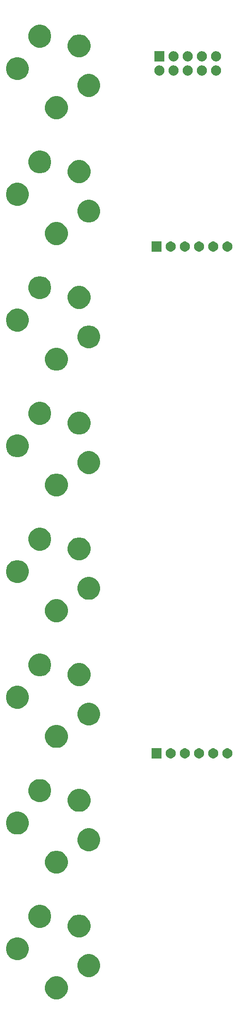
<source format=gbr>
G04 #@! TF.GenerationSoftware,KiCad,Pcbnew,(5.1.5)-3*
G04 #@! TF.CreationDate,2020-05-19T17:07:34-07:00*
G04 #@! TF.ProjectId,SM1REV1,534d3152-4556-4312-9e6b-696361645f70,rev?*
G04 #@! TF.SameCoordinates,Original*
G04 #@! TF.FileFunction,Soldermask,Bot*
G04 #@! TF.FilePolarity,Negative*
%FSLAX46Y46*%
G04 Gerber Fmt 4.6, Leading zero omitted, Abs format (unit mm)*
G04 Created by KiCad (PCBNEW (5.1.5)-3) date 2020-05-19 17:07:34*
%MOMM*%
%LPD*%
G04 APERTURE LIST*
%ADD10C,0.100000*%
G04 APERTURE END LIST*
D10*
G36*
X85018254Y-187561818D02*
G01*
X85391511Y-187716426D01*
X85391513Y-187716427D01*
X85727436Y-187940884D01*
X86013116Y-188226564D01*
X86237574Y-188562489D01*
X86392182Y-188935746D01*
X86471000Y-189331993D01*
X86471000Y-189736007D01*
X86392182Y-190132254D01*
X86237574Y-190505511D01*
X86237573Y-190505513D01*
X86013116Y-190841436D01*
X85727436Y-191127116D01*
X85391513Y-191351573D01*
X85391512Y-191351574D01*
X85391511Y-191351574D01*
X85018254Y-191506182D01*
X84622007Y-191585000D01*
X84217993Y-191585000D01*
X83821746Y-191506182D01*
X83448489Y-191351574D01*
X83448488Y-191351574D01*
X83448487Y-191351573D01*
X83112564Y-191127116D01*
X82826884Y-190841436D01*
X82602427Y-190505513D01*
X82602426Y-190505511D01*
X82447818Y-190132254D01*
X82369000Y-189736007D01*
X82369000Y-189331993D01*
X82447818Y-188935746D01*
X82602426Y-188562489D01*
X82826884Y-188226564D01*
X83112564Y-187940884D01*
X83448487Y-187716427D01*
X83448489Y-187716426D01*
X83821746Y-187561818D01*
X84217993Y-187483000D01*
X84622007Y-187483000D01*
X85018254Y-187561818D01*
G37*
G36*
X90818254Y-183561818D02*
G01*
X91191511Y-183716426D01*
X91191513Y-183716427D01*
X91527436Y-183940884D01*
X91813116Y-184226564D01*
X91896645Y-184351573D01*
X92037574Y-184562489D01*
X92192182Y-184935746D01*
X92271000Y-185331993D01*
X92271000Y-185736007D01*
X92192182Y-186132254D01*
X92037574Y-186505511D01*
X92037573Y-186505513D01*
X91813116Y-186841436D01*
X91527436Y-187127116D01*
X91191513Y-187351573D01*
X91191512Y-187351574D01*
X91191511Y-187351574D01*
X90818254Y-187506182D01*
X90422007Y-187585000D01*
X90017993Y-187585000D01*
X89621746Y-187506182D01*
X89248489Y-187351574D01*
X89248488Y-187351574D01*
X89248487Y-187351573D01*
X88912564Y-187127116D01*
X88626884Y-186841436D01*
X88402427Y-186505513D01*
X88402426Y-186505511D01*
X88247818Y-186132254D01*
X88169000Y-185736007D01*
X88169000Y-185331993D01*
X88247818Y-184935746D01*
X88402426Y-184562489D01*
X88543356Y-184351573D01*
X88626884Y-184226564D01*
X88912564Y-183940884D01*
X89248487Y-183716427D01*
X89248489Y-183716426D01*
X89621746Y-183561818D01*
X90017993Y-183483000D01*
X90422007Y-183483000D01*
X90818254Y-183561818D01*
G37*
G36*
X78018254Y-180561818D02*
G01*
X78391511Y-180716426D01*
X78391513Y-180716427D01*
X78727436Y-180940884D01*
X79013116Y-181226564D01*
X79237574Y-181562489D01*
X79392182Y-181935746D01*
X79471000Y-182331993D01*
X79471000Y-182736007D01*
X79392182Y-183132254D01*
X79246898Y-183483000D01*
X79237573Y-183505513D01*
X79013116Y-183841436D01*
X78727436Y-184127116D01*
X78391513Y-184351573D01*
X78391512Y-184351574D01*
X78391511Y-184351574D01*
X78018254Y-184506182D01*
X77622007Y-184585000D01*
X77217993Y-184585000D01*
X76821746Y-184506182D01*
X76448489Y-184351574D01*
X76448488Y-184351574D01*
X76448487Y-184351573D01*
X76112564Y-184127116D01*
X75826884Y-183841436D01*
X75602427Y-183505513D01*
X75593102Y-183483000D01*
X75447818Y-183132254D01*
X75369000Y-182736007D01*
X75369000Y-182331993D01*
X75447818Y-181935746D01*
X75602426Y-181562489D01*
X75826884Y-181226564D01*
X76112564Y-180940884D01*
X76448487Y-180716427D01*
X76448489Y-180716426D01*
X76821746Y-180561818D01*
X77217993Y-180483000D01*
X77622007Y-180483000D01*
X78018254Y-180561818D01*
G37*
G36*
X89085254Y-176494818D02*
G01*
X89458511Y-176649426D01*
X89458513Y-176649427D01*
X89794436Y-176873884D01*
X90080116Y-177159564D01*
X90195505Y-177332255D01*
X90304574Y-177495489D01*
X90459182Y-177868746D01*
X90538000Y-178264993D01*
X90538000Y-178669007D01*
X90459182Y-179065254D01*
X90304574Y-179438511D01*
X90304573Y-179438513D01*
X90080116Y-179774436D01*
X89794436Y-180060116D01*
X89458513Y-180284573D01*
X89458512Y-180284574D01*
X89458511Y-180284574D01*
X89085254Y-180439182D01*
X88689007Y-180518000D01*
X88284993Y-180518000D01*
X87888746Y-180439182D01*
X87515489Y-180284574D01*
X87515488Y-180284574D01*
X87515487Y-180284573D01*
X87179564Y-180060116D01*
X86893884Y-179774436D01*
X86669427Y-179438513D01*
X86669426Y-179438511D01*
X86514818Y-179065254D01*
X86436000Y-178669007D01*
X86436000Y-178264993D01*
X86514818Y-177868746D01*
X86669426Y-177495489D01*
X86778496Y-177332255D01*
X86893884Y-177159564D01*
X87179564Y-176873884D01*
X87515487Y-176649427D01*
X87515489Y-176649426D01*
X87888746Y-176494818D01*
X88284993Y-176416000D01*
X88689007Y-176416000D01*
X89085254Y-176494818D01*
G37*
G36*
X82018254Y-174761818D02*
G01*
X82391511Y-174916426D01*
X82391513Y-174916427D01*
X82727436Y-175140884D01*
X83013116Y-175426564D01*
X83237574Y-175762489D01*
X83392182Y-176135746D01*
X83471000Y-176531993D01*
X83471000Y-176936007D01*
X83392182Y-177332254D01*
X83237574Y-177705511D01*
X83237573Y-177705513D01*
X83013116Y-178041436D01*
X82727436Y-178327116D01*
X82391513Y-178551573D01*
X82391512Y-178551574D01*
X82391511Y-178551574D01*
X82018254Y-178706182D01*
X81622007Y-178785000D01*
X81217993Y-178785000D01*
X80821746Y-178706182D01*
X80448489Y-178551574D01*
X80448488Y-178551574D01*
X80448487Y-178551573D01*
X80112564Y-178327116D01*
X79826884Y-178041436D01*
X79602427Y-177705513D01*
X79602426Y-177705511D01*
X79447818Y-177332254D01*
X79369000Y-176936007D01*
X79369000Y-176531993D01*
X79447818Y-176135746D01*
X79602426Y-175762489D01*
X79826884Y-175426564D01*
X80112564Y-175140884D01*
X80448487Y-174916427D01*
X80448489Y-174916426D01*
X80821746Y-174761818D01*
X81217993Y-174683000D01*
X81622007Y-174683000D01*
X82018254Y-174761818D01*
G37*
G36*
X85018254Y-165064670D02*
G01*
X85391511Y-165219278D01*
X85391513Y-165219279D01*
X85727436Y-165443736D01*
X86013116Y-165729416D01*
X86237574Y-166065341D01*
X86392182Y-166438598D01*
X86471000Y-166834845D01*
X86471000Y-167238859D01*
X86392182Y-167635106D01*
X86237574Y-168008363D01*
X86237573Y-168008365D01*
X86013116Y-168344288D01*
X85727436Y-168629968D01*
X85391513Y-168854425D01*
X85391512Y-168854426D01*
X85391511Y-168854426D01*
X85018254Y-169009034D01*
X84622007Y-169087852D01*
X84217993Y-169087852D01*
X83821746Y-169009034D01*
X83448489Y-168854426D01*
X83448488Y-168854426D01*
X83448487Y-168854425D01*
X83112564Y-168629968D01*
X82826884Y-168344288D01*
X82602427Y-168008365D01*
X82602426Y-168008363D01*
X82447818Y-167635106D01*
X82369000Y-167238859D01*
X82369000Y-166834845D01*
X82447818Y-166438598D01*
X82602426Y-166065341D01*
X82826884Y-165729416D01*
X83112564Y-165443736D01*
X83448487Y-165219279D01*
X83448489Y-165219278D01*
X83821746Y-165064670D01*
X84217993Y-164985852D01*
X84622007Y-164985852D01*
X85018254Y-165064670D01*
G37*
G36*
X90818254Y-161064670D02*
G01*
X91191511Y-161219278D01*
X91191513Y-161219279D01*
X91527436Y-161443736D01*
X91813116Y-161729416D01*
X91896645Y-161854425D01*
X92037574Y-162065341D01*
X92192182Y-162438598D01*
X92271000Y-162834845D01*
X92271000Y-163238859D01*
X92192182Y-163635106D01*
X92037574Y-164008363D01*
X92037573Y-164008365D01*
X91813116Y-164344288D01*
X91527436Y-164629968D01*
X91191513Y-164854425D01*
X91191512Y-164854426D01*
X91191511Y-164854426D01*
X90818254Y-165009034D01*
X90422007Y-165087852D01*
X90017993Y-165087852D01*
X89621746Y-165009034D01*
X89248489Y-164854426D01*
X89248488Y-164854426D01*
X89248487Y-164854425D01*
X88912564Y-164629968D01*
X88626884Y-164344288D01*
X88402427Y-164008365D01*
X88402426Y-164008363D01*
X88247818Y-163635106D01*
X88169000Y-163238859D01*
X88169000Y-162834845D01*
X88247818Y-162438598D01*
X88402426Y-162065341D01*
X88543356Y-161854425D01*
X88626884Y-161729416D01*
X88912564Y-161443736D01*
X89248487Y-161219279D01*
X89248489Y-161219278D01*
X89621746Y-161064670D01*
X90017993Y-160985852D01*
X90422007Y-160985852D01*
X90818254Y-161064670D01*
G37*
G36*
X78018254Y-158064670D02*
G01*
X78391511Y-158219278D01*
X78391513Y-158219279D01*
X78727436Y-158443736D01*
X79013116Y-158729416D01*
X79237574Y-159065341D01*
X79392182Y-159438598D01*
X79471000Y-159834845D01*
X79471000Y-160238859D01*
X79392182Y-160635106D01*
X79246898Y-160985852D01*
X79237573Y-161008365D01*
X79013116Y-161344288D01*
X78727436Y-161629968D01*
X78391513Y-161854425D01*
X78391512Y-161854426D01*
X78391511Y-161854426D01*
X78018254Y-162009034D01*
X77622007Y-162087852D01*
X77217993Y-162087852D01*
X76821746Y-162009034D01*
X76448489Y-161854426D01*
X76448488Y-161854426D01*
X76448487Y-161854425D01*
X76112564Y-161629968D01*
X75826884Y-161344288D01*
X75602427Y-161008365D01*
X75593102Y-160985852D01*
X75447818Y-160635106D01*
X75369000Y-160238859D01*
X75369000Y-159834845D01*
X75447818Y-159438598D01*
X75602426Y-159065341D01*
X75826884Y-158729416D01*
X76112564Y-158443736D01*
X76448487Y-158219279D01*
X76448489Y-158219278D01*
X76821746Y-158064670D01*
X77217993Y-157985852D01*
X77622007Y-157985852D01*
X78018254Y-158064670D01*
G37*
G36*
X89085254Y-153997670D02*
G01*
X89458511Y-154152278D01*
X89458513Y-154152279D01*
X89794436Y-154376736D01*
X90080116Y-154662416D01*
X90195505Y-154835107D01*
X90304574Y-154998341D01*
X90459182Y-155371598D01*
X90538000Y-155767845D01*
X90538000Y-156171859D01*
X90459182Y-156568106D01*
X90304574Y-156941363D01*
X90304573Y-156941365D01*
X90080116Y-157277288D01*
X89794436Y-157562968D01*
X89458513Y-157787425D01*
X89458512Y-157787426D01*
X89458511Y-157787426D01*
X89085254Y-157942034D01*
X88689007Y-158020852D01*
X88284993Y-158020852D01*
X87888746Y-157942034D01*
X87515489Y-157787426D01*
X87515488Y-157787426D01*
X87515487Y-157787425D01*
X87179564Y-157562968D01*
X86893884Y-157277288D01*
X86669427Y-156941365D01*
X86669426Y-156941363D01*
X86514818Y-156568106D01*
X86436000Y-156171859D01*
X86436000Y-155767845D01*
X86514818Y-155371598D01*
X86669426Y-154998341D01*
X86778496Y-154835107D01*
X86893884Y-154662416D01*
X87179564Y-154376736D01*
X87515487Y-154152279D01*
X87515489Y-154152278D01*
X87888746Y-153997670D01*
X88284993Y-153918852D01*
X88689007Y-153918852D01*
X89085254Y-153997670D01*
G37*
G36*
X82018254Y-152264670D02*
G01*
X82391511Y-152419278D01*
X82391513Y-152419279D01*
X82727436Y-152643736D01*
X83013116Y-152929416D01*
X83237574Y-153265341D01*
X83392182Y-153638598D01*
X83471000Y-154034845D01*
X83471000Y-154438859D01*
X83392182Y-154835106D01*
X83237574Y-155208363D01*
X83237573Y-155208365D01*
X83013116Y-155544288D01*
X82727436Y-155829968D01*
X82391513Y-156054425D01*
X82391512Y-156054426D01*
X82391511Y-156054426D01*
X82018254Y-156209034D01*
X81622007Y-156287852D01*
X81217993Y-156287852D01*
X80821746Y-156209034D01*
X80448489Y-156054426D01*
X80448488Y-156054426D01*
X80448487Y-156054425D01*
X80112564Y-155829968D01*
X79826884Y-155544288D01*
X79602427Y-155208365D01*
X79602426Y-155208363D01*
X79447818Y-154835106D01*
X79369000Y-154438859D01*
X79369000Y-154034845D01*
X79447818Y-153638598D01*
X79602426Y-153265341D01*
X79826884Y-152929416D01*
X80112564Y-152643736D01*
X80448487Y-152419279D01*
X80448489Y-152419278D01*
X80821746Y-152264670D01*
X81217993Y-152185852D01*
X81622007Y-152185852D01*
X82018254Y-152264670D01*
G37*
G36*
X103263000Y-148475000D02*
G01*
X101461000Y-148475000D01*
X101461000Y-146673000D01*
X103263000Y-146673000D01*
X103263000Y-148475000D01*
G37*
G36*
X105015512Y-146677927D02*
G01*
X105164812Y-146707624D01*
X105328784Y-146775544D01*
X105476354Y-146874147D01*
X105601853Y-146999646D01*
X105700456Y-147147216D01*
X105768376Y-147311188D01*
X105803000Y-147485259D01*
X105803000Y-147662741D01*
X105768376Y-147836812D01*
X105700456Y-148000784D01*
X105601853Y-148148354D01*
X105476354Y-148273853D01*
X105328784Y-148372456D01*
X105164812Y-148440376D01*
X105015512Y-148470073D01*
X104990742Y-148475000D01*
X104813258Y-148475000D01*
X104788488Y-148470073D01*
X104639188Y-148440376D01*
X104475216Y-148372456D01*
X104327646Y-148273853D01*
X104202147Y-148148354D01*
X104103544Y-148000784D01*
X104035624Y-147836812D01*
X104001000Y-147662741D01*
X104001000Y-147485259D01*
X104035624Y-147311188D01*
X104103544Y-147147216D01*
X104202147Y-146999646D01*
X104327646Y-146874147D01*
X104475216Y-146775544D01*
X104639188Y-146707624D01*
X104788488Y-146677927D01*
X104813258Y-146673000D01*
X104990742Y-146673000D01*
X105015512Y-146677927D01*
G37*
G36*
X107555512Y-146677927D02*
G01*
X107704812Y-146707624D01*
X107868784Y-146775544D01*
X108016354Y-146874147D01*
X108141853Y-146999646D01*
X108240456Y-147147216D01*
X108308376Y-147311188D01*
X108343000Y-147485259D01*
X108343000Y-147662741D01*
X108308376Y-147836812D01*
X108240456Y-148000784D01*
X108141853Y-148148354D01*
X108016354Y-148273853D01*
X107868784Y-148372456D01*
X107704812Y-148440376D01*
X107555512Y-148470073D01*
X107530742Y-148475000D01*
X107353258Y-148475000D01*
X107328488Y-148470073D01*
X107179188Y-148440376D01*
X107015216Y-148372456D01*
X106867646Y-148273853D01*
X106742147Y-148148354D01*
X106643544Y-148000784D01*
X106575624Y-147836812D01*
X106541000Y-147662741D01*
X106541000Y-147485259D01*
X106575624Y-147311188D01*
X106643544Y-147147216D01*
X106742147Y-146999646D01*
X106867646Y-146874147D01*
X107015216Y-146775544D01*
X107179188Y-146707624D01*
X107328488Y-146677927D01*
X107353258Y-146673000D01*
X107530742Y-146673000D01*
X107555512Y-146677927D01*
G37*
G36*
X110095512Y-146677927D02*
G01*
X110244812Y-146707624D01*
X110408784Y-146775544D01*
X110556354Y-146874147D01*
X110681853Y-146999646D01*
X110780456Y-147147216D01*
X110848376Y-147311188D01*
X110883000Y-147485259D01*
X110883000Y-147662741D01*
X110848376Y-147836812D01*
X110780456Y-148000784D01*
X110681853Y-148148354D01*
X110556354Y-148273853D01*
X110408784Y-148372456D01*
X110244812Y-148440376D01*
X110095512Y-148470073D01*
X110070742Y-148475000D01*
X109893258Y-148475000D01*
X109868488Y-148470073D01*
X109719188Y-148440376D01*
X109555216Y-148372456D01*
X109407646Y-148273853D01*
X109282147Y-148148354D01*
X109183544Y-148000784D01*
X109115624Y-147836812D01*
X109081000Y-147662741D01*
X109081000Y-147485259D01*
X109115624Y-147311188D01*
X109183544Y-147147216D01*
X109282147Y-146999646D01*
X109407646Y-146874147D01*
X109555216Y-146775544D01*
X109719188Y-146707624D01*
X109868488Y-146677927D01*
X109893258Y-146673000D01*
X110070742Y-146673000D01*
X110095512Y-146677927D01*
G37*
G36*
X112635512Y-146677927D02*
G01*
X112784812Y-146707624D01*
X112948784Y-146775544D01*
X113096354Y-146874147D01*
X113221853Y-146999646D01*
X113320456Y-147147216D01*
X113388376Y-147311188D01*
X113423000Y-147485259D01*
X113423000Y-147662741D01*
X113388376Y-147836812D01*
X113320456Y-148000784D01*
X113221853Y-148148354D01*
X113096354Y-148273853D01*
X112948784Y-148372456D01*
X112784812Y-148440376D01*
X112635512Y-148470073D01*
X112610742Y-148475000D01*
X112433258Y-148475000D01*
X112408488Y-148470073D01*
X112259188Y-148440376D01*
X112095216Y-148372456D01*
X111947646Y-148273853D01*
X111822147Y-148148354D01*
X111723544Y-148000784D01*
X111655624Y-147836812D01*
X111621000Y-147662741D01*
X111621000Y-147485259D01*
X111655624Y-147311188D01*
X111723544Y-147147216D01*
X111822147Y-146999646D01*
X111947646Y-146874147D01*
X112095216Y-146775544D01*
X112259188Y-146707624D01*
X112408488Y-146677927D01*
X112433258Y-146673000D01*
X112610742Y-146673000D01*
X112635512Y-146677927D01*
G37*
G36*
X115175512Y-146677927D02*
G01*
X115324812Y-146707624D01*
X115488784Y-146775544D01*
X115636354Y-146874147D01*
X115761853Y-146999646D01*
X115860456Y-147147216D01*
X115928376Y-147311188D01*
X115963000Y-147485259D01*
X115963000Y-147662741D01*
X115928376Y-147836812D01*
X115860456Y-148000784D01*
X115761853Y-148148354D01*
X115636354Y-148273853D01*
X115488784Y-148372456D01*
X115324812Y-148440376D01*
X115175512Y-148470073D01*
X115150742Y-148475000D01*
X114973258Y-148475000D01*
X114948488Y-148470073D01*
X114799188Y-148440376D01*
X114635216Y-148372456D01*
X114487646Y-148273853D01*
X114362147Y-148148354D01*
X114263544Y-148000784D01*
X114195624Y-147836812D01*
X114161000Y-147662741D01*
X114161000Y-147485259D01*
X114195624Y-147311188D01*
X114263544Y-147147216D01*
X114362147Y-146999646D01*
X114487646Y-146874147D01*
X114635216Y-146775544D01*
X114799188Y-146707624D01*
X114948488Y-146677927D01*
X114973258Y-146673000D01*
X115150742Y-146673000D01*
X115175512Y-146677927D01*
G37*
G36*
X85018254Y-142567528D02*
G01*
X85391511Y-142722136D01*
X85391513Y-142722137D01*
X85727436Y-142946594D01*
X86013116Y-143232274D01*
X86237574Y-143568199D01*
X86392182Y-143941456D01*
X86471000Y-144337703D01*
X86471000Y-144741717D01*
X86392182Y-145137964D01*
X86237574Y-145511221D01*
X86237573Y-145511223D01*
X86013116Y-145847146D01*
X85727436Y-146132826D01*
X85391513Y-146357283D01*
X85391512Y-146357284D01*
X85391511Y-146357284D01*
X85018254Y-146511892D01*
X84622007Y-146590710D01*
X84217993Y-146590710D01*
X83821746Y-146511892D01*
X83448489Y-146357284D01*
X83448488Y-146357284D01*
X83448487Y-146357283D01*
X83112564Y-146132826D01*
X82826884Y-145847146D01*
X82602427Y-145511223D01*
X82602426Y-145511221D01*
X82447818Y-145137964D01*
X82369000Y-144741717D01*
X82369000Y-144337703D01*
X82447818Y-143941456D01*
X82602426Y-143568199D01*
X82826884Y-143232274D01*
X83112564Y-142946594D01*
X83448487Y-142722137D01*
X83448489Y-142722136D01*
X83821746Y-142567528D01*
X84217993Y-142488710D01*
X84622007Y-142488710D01*
X85018254Y-142567528D01*
G37*
G36*
X90818254Y-138567528D02*
G01*
X91191511Y-138722136D01*
X91191513Y-138722137D01*
X91527436Y-138946594D01*
X91813116Y-139232274D01*
X91896645Y-139357283D01*
X92037574Y-139568199D01*
X92192182Y-139941456D01*
X92271000Y-140337703D01*
X92271000Y-140741717D01*
X92192182Y-141137964D01*
X92037574Y-141511221D01*
X92037573Y-141511223D01*
X91813116Y-141847146D01*
X91527436Y-142132826D01*
X91191513Y-142357283D01*
X91191512Y-142357284D01*
X91191511Y-142357284D01*
X90818254Y-142511892D01*
X90422007Y-142590710D01*
X90017993Y-142590710D01*
X89621746Y-142511892D01*
X89248489Y-142357284D01*
X89248488Y-142357284D01*
X89248487Y-142357283D01*
X88912564Y-142132826D01*
X88626884Y-141847146D01*
X88402427Y-141511223D01*
X88402426Y-141511221D01*
X88247818Y-141137964D01*
X88169000Y-140741717D01*
X88169000Y-140337703D01*
X88247818Y-139941456D01*
X88402426Y-139568199D01*
X88543356Y-139357283D01*
X88626884Y-139232274D01*
X88912564Y-138946594D01*
X89248487Y-138722137D01*
X89248489Y-138722136D01*
X89621746Y-138567528D01*
X90017993Y-138488710D01*
X90422007Y-138488710D01*
X90818254Y-138567528D01*
G37*
G36*
X78018254Y-135567528D02*
G01*
X78391511Y-135722136D01*
X78391513Y-135722137D01*
X78727436Y-135946594D01*
X79013116Y-136232274D01*
X79237574Y-136568199D01*
X79392182Y-136941456D01*
X79471000Y-137337703D01*
X79471000Y-137741717D01*
X79392182Y-138137964D01*
X79246898Y-138488710D01*
X79237573Y-138511223D01*
X79013116Y-138847146D01*
X78727436Y-139132826D01*
X78391513Y-139357283D01*
X78391512Y-139357284D01*
X78391511Y-139357284D01*
X78018254Y-139511892D01*
X77622007Y-139590710D01*
X77217993Y-139590710D01*
X76821746Y-139511892D01*
X76448489Y-139357284D01*
X76448488Y-139357284D01*
X76448487Y-139357283D01*
X76112564Y-139132826D01*
X75826884Y-138847146D01*
X75602427Y-138511223D01*
X75593102Y-138488710D01*
X75447818Y-138137964D01*
X75369000Y-137741717D01*
X75369000Y-137337703D01*
X75447818Y-136941456D01*
X75602426Y-136568199D01*
X75826884Y-136232274D01*
X76112564Y-135946594D01*
X76448487Y-135722137D01*
X76448489Y-135722136D01*
X76821746Y-135567528D01*
X77217993Y-135488710D01*
X77622007Y-135488710D01*
X78018254Y-135567528D01*
G37*
G36*
X89085254Y-131500528D02*
G01*
X89458511Y-131655136D01*
X89458513Y-131655137D01*
X89794436Y-131879594D01*
X90080116Y-132165274D01*
X90195505Y-132337965D01*
X90304574Y-132501199D01*
X90459182Y-132874456D01*
X90538000Y-133270703D01*
X90538000Y-133674717D01*
X90459182Y-134070964D01*
X90304574Y-134444221D01*
X90304573Y-134444223D01*
X90080116Y-134780146D01*
X89794436Y-135065826D01*
X89458513Y-135290283D01*
X89458512Y-135290284D01*
X89458511Y-135290284D01*
X89085254Y-135444892D01*
X88689007Y-135523710D01*
X88284993Y-135523710D01*
X87888746Y-135444892D01*
X87515489Y-135290284D01*
X87515488Y-135290284D01*
X87515487Y-135290283D01*
X87179564Y-135065826D01*
X86893884Y-134780146D01*
X86669427Y-134444223D01*
X86669426Y-134444221D01*
X86514818Y-134070964D01*
X86436000Y-133674717D01*
X86436000Y-133270703D01*
X86514818Y-132874456D01*
X86669426Y-132501199D01*
X86778496Y-132337965D01*
X86893884Y-132165274D01*
X87179564Y-131879594D01*
X87515487Y-131655137D01*
X87515489Y-131655136D01*
X87888746Y-131500528D01*
X88284993Y-131421710D01*
X88689007Y-131421710D01*
X89085254Y-131500528D01*
G37*
G36*
X82018254Y-129767528D02*
G01*
X82391511Y-129922136D01*
X82391513Y-129922137D01*
X82727436Y-130146594D01*
X83013116Y-130432274D01*
X83237574Y-130768199D01*
X83392182Y-131141456D01*
X83471000Y-131537703D01*
X83471000Y-131941717D01*
X83392182Y-132337964D01*
X83237574Y-132711221D01*
X83237573Y-132711223D01*
X83013116Y-133047146D01*
X82727436Y-133332826D01*
X82391513Y-133557283D01*
X82391512Y-133557284D01*
X82391511Y-133557284D01*
X82018254Y-133711892D01*
X81622007Y-133790710D01*
X81217993Y-133790710D01*
X80821746Y-133711892D01*
X80448489Y-133557284D01*
X80448488Y-133557284D01*
X80448487Y-133557283D01*
X80112564Y-133332826D01*
X79826884Y-133047146D01*
X79602427Y-132711223D01*
X79602426Y-132711221D01*
X79447818Y-132337964D01*
X79369000Y-131941717D01*
X79369000Y-131537703D01*
X79447818Y-131141456D01*
X79602426Y-130768199D01*
X79826884Y-130432274D01*
X80112564Y-130146594D01*
X80448487Y-129922137D01*
X80448489Y-129922136D01*
X80821746Y-129767528D01*
X81217993Y-129688710D01*
X81622007Y-129688710D01*
X82018254Y-129767528D01*
G37*
G36*
X85018254Y-120070386D02*
G01*
X85391511Y-120224994D01*
X85391513Y-120224995D01*
X85727436Y-120449452D01*
X86013116Y-120735132D01*
X86237574Y-121071057D01*
X86392182Y-121444314D01*
X86471000Y-121840561D01*
X86471000Y-122244575D01*
X86392182Y-122640822D01*
X86237574Y-123014079D01*
X86237573Y-123014081D01*
X86013116Y-123350004D01*
X85727436Y-123635684D01*
X85391513Y-123860141D01*
X85391512Y-123860142D01*
X85391511Y-123860142D01*
X85018254Y-124014750D01*
X84622007Y-124093568D01*
X84217993Y-124093568D01*
X83821746Y-124014750D01*
X83448489Y-123860142D01*
X83448488Y-123860142D01*
X83448487Y-123860141D01*
X83112564Y-123635684D01*
X82826884Y-123350004D01*
X82602427Y-123014081D01*
X82602426Y-123014079D01*
X82447818Y-122640822D01*
X82369000Y-122244575D01*
X82369000Y-121840561D01*
X82447818Y-121444314D01*
X82602426Y-121071057D01*
X82826884Y-120735132D01*
X83112564Y-120449452D01*
X83448487Y-120224995D01*
X83448489Y-120224994D01*
X83821746Y-120070386D01*
X84217993Y-119991568D01*
X84622007Y-119991568D01*
X85018254Y-120070386D01*
G37*
G36*
X90818254Y-116070386D02*
G01*
X91191511Y-116224994D01*
X91191513Y-116224995D01*
X91527436Y-116449452D01*
X91813116Y-116735132D01*
X91896645Y-116860141D01*
X92037574Y-117071057D01*
X92192182Y-117444314D01*
X92271000Y-117840561D01*
X92271000Y-118244575D01*
X92192182Y-118640822D01*
X92037574Y-119014079D01*
X92037573Y-119014081D01*
X91813116Y-119350004D01*
X91527436Y-119635684D01*
X91191513Y-119860141D01*
X91191512Y-119860142D01*
X91191511Y-119860142D01*
X90818254Y-120014750D01*
X90422007Y-120093568D01*
X90017993Y-120093568D01*
X89621746Y-120014750D01*
X89248489Y-119860142D01*
X89248488Y-119860142D01*
X89248487Y-119860141D01*
X88912564Y-119635684D01*
X88626884Y-119350004D01*
X88402427Y-119014081D01*
X88402426Y-119014079D01*
X88247818Y-118640822D01*
X88169000Y-118244575D01*
X88169000Y-117840561D01*
X88247818Y-117444314D01*
X88402426Y-117071057D01*
X88543356Y-116860141D01*
X88626884Y-116735132D01*
X88912564Y-116449452D01*
X89248487Y-116224995D01*
X89248489Y-116224994D01*
X89621746Y-116070386D01*
X90017993Y-115991568D01*
X90422007Y-115991568D01*
X90818254Y-116070386D01*
G37*
G36*
X78018254Y-113070386D02*
G01*
X78391511Y-113224994D01*
X78391513Y-113224995D01*
X78727436Y-113449452D01*
X79013116Y-113735132D01*
X79237574Y-114071057D01*
X79392182Y-114444314D01*
X79471000Y-114840561D01*
X79471000Y-115244575D01*
X79392182Y-115640822D01*
X79246898Y-115991568D01*
X79237573Y-116014081D01*
X79013116Y-116350004D01*
X78727436Y-116635684D01*
X78391513Y-116860141D01*
X78391512Y-116860142D01*
X78391511Y-116860142D01*
X78018254Y-117014750D01*
X77622007Y-117093568D01*
X77217993Y-117093568D01*
X76821746Y-117014750D01*
X76448489Y-116860142D01*
X76448488Y-116860142D01*
X76448487Y-116860141D01*
X76112564Y-116635684D01*
X75826884Y-116350004D01*
X75602427Y-116014081D01*
X75593102Y-115991568D01*
X75447818Y-115640822D01*
X75369000Y-115244575D01*
X75369000Y-114840561D01*
X75447818Y-114444314D01*
X75602426Y-114071057D01*
X75826884Y-113735132D01*
X76112564Y-113449452D01*
X76448487Y-113224995D01*
X76448489Y-113224994D01*
X76821746Y-113070386D01*
X77217993Y-112991568D01*
X77622007Y-112991568D01*
X78018254Y-113070386D01*
G37*
G36*
X89085254Y-109003386D02*
G01*
X89458511Y-109157994D01*
X89458513Y-109157995D01*
X89794436Y-109382452D01*
X90080116Y-109668132D01*
X90195505Y-109840823D01*
X90304574Y-110004057D01*
X90459182Y-110377314D01*
X90538000Y-110773561D01*
X90538000Y-111177575D01*
X90459182Y-111573822D01*
X90304574Y-111947079D01*
X90304573Y-111947081D01*
X90080116Y-112283004D01*
X89794436Y-112568684D01*
X89458513Y-112793141D01*
X89458512Y-112793142D01*
X89458511Y-112793142D01*
X89085254Y-112947750D01*
X88689007Y-113026568D01*
X88284993Y-113026568D01*
X87888746Y-112947750D01*
X87515489Y-112793142D01*
X87515488Y-112793142D01*
X87515487Y-112793141D01*
X87179564Y-112568684D01*
X86893884Y-112283004D01*
X86669427Y-111947081D01*
X86669426Y-111947079D01*
X86514818Y-111573822D01*
X86436000Y-111177575D01*
X86436000Y-110773561D01*
X86514818Y-110377314D01*
X86669426Y-110004057D01*
X86778496Y-109840823D01*
X86893884Y-109668132D01*
X87179564Y-109382452D01*
X87515487Y-109157995D01*
X87515489Y-109157994D01*
X87888746Y-109003386D01*
X88284993Y-108924568D01*
X88689007Y-108924568D01*
X89085254Y-109003386D01*
G37*
G36*
X82018254Y-107270386D02*
G01*
X82391511Y-107424994D01*
X82391513Y-107424995D01*
X82727436Y-107649452D01*
X83013116Y-107935132D01*
X83237574Y-108271057D01*
X83392182Y-108644314D01*
X83471000Y-109040561D01*
X83471000Y-109444575D01*
X83392182Y-109840822D01*
X83237574Y-110214079D01*
X83237573Y-110214081D01*
X83013116Y-110550004D01*
X82727436Y-110835684D01*
X82391513Y-111060141D01*
X82391512Y-111060142D01*
X82391511Y-111060142D01*
X82018254Y-111214750D01*
X81622007Y-111293568D01*
X81217993Y-111293568D01*
X80821746Y-111214750D01*
X80448489Y-111060142D01*
X80448488Y-111060142D01*
X80448487Y-111060141D01*
X80112564Y-110835684D01*
X79826884Y-110550004D01*
X79602427Y-110214081D01*
X79602426Y-110214079D01*
X79447818Y-109840822D01*
X79369000Y-109444575D01*
X79369000Y-109040561D01*
X79447818Y-108644314D01*
X79602426Y-108271057D01*
X79826884Y-107935132D01*
X80112564Y-107649452D01*
X80448487Y-107424995D01*
X80448489Y-107424994D01*
X80821746Y-107270386D01*
X81217993Y-107191568D01*
X81622007Y-107191568D01*
X82018254Y-107270386D01*
G37*
G36*
X85018254Y-97573244D02*
G01*
X85391511Y-97727852D01*
X85391513Y-97727853D01*
X85727436Y-97952310D01*
X86013116Y-98237990D01*
X86237574Y-98573915D01*
X86392182Y-98947172D01*
X86471000Y-99343419D01*
X86471000Y-99747433D01*
X86392182Y-100143680D01*
X86237574Y-100516937D01*
X86237573Y-100516939D01*
X86013116Y-100852862D01*
X85727436Y-101138542D01*
X85391513Y-101362999D01*
X85391512Y-101363000D01*
X85391511Y-101363000D01*
X85018254Y-101517608D01*
X84622007Y-101596426D01*
X84217993Y-101596426D01*
X83821746Y-101517608D01*
X83448489Y-101363000D01*
X83448488Y-101363000D01*
X83448487Y-101362999D01*
X83112564Y-101138542D01*
X82826884Y-100852862D01*
X82602427Y-100516939D01*
X82602426Y-100516937D01*
X82447818Y-100143680D01*
X82369000Y-99747433D01*
X82369000Y-99343419D01*
X82447818Y-98947172D01*
X82602426Y-98573915D01*
X82826884Y-98237990D01*
X83112564Y-97952310D01*
X83448487Y-97727853D01*
X83448489Y-97727852D01*
X83821746Y-97573244D01*
X84217993Y-97494426D01*
X84622007Y-97494426D01*
X85018254Y-97573244D01*
G37*
G36*
X90818254Y-93573244D02*
G01*
X91191511Y-93727852D01*
X91191513Y-93727853D01*
X91527436Y-93952310D01*
X91813116Y-94237990D01*
X91896645Y-94362999D01*
X92037574Y-94573915D01*
X92192182Y-94947172D01*
X92271000Y-95343419D01*
X92271000Y-95747433D01*
X92192182Y-96143680D01*
X92037574Y-96516937D01*
X92037573Y-96516939D01*
X91813116Y-96852862D01*
X91527436Y-97138542D01*
X91191513Y-97362999D01*
X91191512Y-97363000D01*
X91191511Y-97363000D01*
X90818254Y-97517608D01*
X90422007Y-97596426D01*
X90017993Y-97596426D01*
X89621746Y-97517608D01*
X89248489Y-97363000D01*
X89248488Y-97363000D01*
X89248487Y-97362999D01*
X88912564Y-97138542D01*
X88626884Y-96852862D01*
X88402427Y-96516939D01*
X88402426Y-96516937D01*
X88247818Y-96143680D01*
X88169000Y-95747433D01*
X88169000Y-95343419D01*
X88247818Y-94947172D01*
X88402426Y-94573915D01*
X88543356Y-94362999D01*
X88626884Y-94237990D01*
X88912564Y-93952310D01*
X89248487Y-93727853D01*
X89248489Y-93727852D01*
X89621746Y-93573244D01*
X90017993Y-93494426D01*
X90422007Y-93494426D01*
X90818254Y-93573244D01*
G37*
G36*
X78018254Y-90573244D02*
G01*
X78391511Y-90727852D01*
X78391513Y-90727853D01*
X78727436Y-90952310D01*
X79013116Y-91237990D01*
X79237574Y-91573915D01*
X79392182Y-91947172D01*
X79471000Y-92343419D01*
X79471000Y-92747433D01*
X79392182Y-93143680D01*
X79246898Y-93494426D01*
X79237573Y-93516939D01*
X79013116Y-93852862D01*
X78727436Y-94138542D01*
X78391513Y-94362999D01*
X78391512Y-94363000D01*
X78391511Y-94363000D01*
X78018254Y-94517608D01*
X77622007Y-94596426D01*
X77217993Y-94596426D01*
X76821746Y-94517608D01*
X76448489Y-94363000D01*
X76448488Y-94363000D01*
X76448487Y-94362999D01*
X76112564Y-94138542D01*
X75826884Y-93852862D01*
X75602427Y-93516939D01*
X75593102Y-93494426D01*
X75447818Y-93143680D01*
X75369000Y-92747433D01*
X75369000Y-92343419D01*
X75447818Y-91947172D01*
X75602426Y-91573915D01*
X75826884Y-91237990D01*
X76112564Y-90952310D01*
X76448487Y-90727853D01*
X76448489Y-90727852D01*
X76821746Y-90573244D01*
X77217993Y-90494426D01*
X77622007Y-90494426D01*
X78018254Y-90573244D01*
G37*
G36*
X89085254Y-86506244D02*
G01*
X89458511Y-86660852D01*
X89458513Y-86660853D01*
X89794436Y-86885310D01*
X90080116Y-87170990D01*
X90195505Y-87343681D01*
X90304574Y-87506915D01*
X90459182Y-87880172D01*
X90538000Y-88276419D01*
X90538000Y-88680433D01*
X90459182Y-89076680D01*
X90304574Y-89449937D01*
X90304573Y-89449939D01*
X90080116Y-89785862D01*
X89794436Y-90071542D01*
X89458513Y-90295999D01*
X89458512Y-90296000D01*
X89458511Y-90296000D01*
X89085254Y-90450608D01*
X88689007Y-90529426D01*
X88284993Y-90529426D01*
X87888746Y-90450608D01*
X87515489Y-90296000D01*
X87515488Y-90296000D01*
X87515487Y-90295999D01*
X87179564Y-90071542D01*
X86893884Y-89785862D01*
X86669427Y-89449939D01*
X86669426Y-89449937D01*
X86514818Y-89076680D01*
X86436000Y-88680433D01*
X86436000Y-88276419D01*
X86514818Y-87880172D01*
X86669426Y-87506915D01*
X86778496Y-87343681D01*
X86893884Y-87170990D01*
X87179564Y-86885310D01*
X87515487Y-86660853D01*
X87515489Y-86660852D01*
X87888746Y-86506244D01*
X88284993Y-86427426D01*
X88689007Y-86427426D01*
X89085254Y-86506244D01*
G37*
G36*
X82018254Y-84773244D02*
G01*
X82391511Y-84927852D01*
X82391513Y-84927853D01*
X82727436Y-85152310D01*
X83013116Y-85437990D01*
X83237574Y-85773915D01*
X83392182Y-86147172D01*
X83471000Y-86543419D01*
X83471000Y-86947433D01*
X83392182Y-87343680D01*
X83237574Y-87716937D01*
X83237573Y-87716939D01*
X83013116Y-88052862D01*
X82727436Y-88338542D01*
X82391513Y-88562999D01*
X82391512Y-88563000D01*
X82391511Y-88563000D01*
X82018254Y-88717608D01*
X81622007Y-88796426D01*
X81217993Y-88796426D01*
X80821746Y-88717608D01*
X80448489Y-88563000D01*
X80448488Y-88563000D01*
X80448487Y-88562999D01*
X80112564Y-88338542D01*
X79826884Y-88052862D01*
X79602427Y-87716939D01*
X79602426Y-87716937D01*
X79447818Y-87343680D01*
X79369000Y-86947433D01*
X79369000Y-86543419D01*
X79447818Y-86147172D01*
X79602426Y-85773915D01*
X79826884Y-85437990D01*
X80112564Y-85152310D01*
X80448487Y-84927853D01*
X80448489Y-84927852D01*
X80821746Y-84773244D01*
X81217993Y-84694426D01*
X81622007Y-84694426D01*
X82018254Y-84773244D01*
G37*
G36*
X85018254Y-75076102D02*
G01*
X85391511Y-75230710D01*
X85391513Y-75230711D01*
X85727436Y-75455168D01*
X86013116Y-75740848D01*
X86237574Y-76076773D01*
X86392182Y-76450030D01*
X86471000Y-76846277D01*
X86471000Y-77250291D01*
X86392182Y-77646538D01*
X86237574Y-78019795D01*
X86237573Y-78019797D01*
X86013116Y-78355720D01*
X85727436Y-78641400D01*
X85391513Y-78865857D01*
X85391512Y-78865858D01*
X85391511Y-78865858D01*
X85018254Y-79020466D01*
X84622007Y-79099284D01*
X84217993Y-79099284D01*
X83821746Y-79020466D01*
X83448489Y-78865858D01*
X83448488Y-78865858D01*
X83448487Y-78865857D01*
X83112564Y-78641400D01*
X82826884Y-78355720D01*
X82602427Y-78019797D01*
X82602426Y-78019795D01*
X82447818Y-77646538D01*
X82369000Y-77250291D01*
X82369000Y-76846277D01*
X82447818Y-76450030D01*
X82602426Y-76076773D01*
X82826884Y-75740848D01*
X83112564Y-75455168D01*
X83448487Y-75230711D01*
X83448489Y-75230710D01*
X83821746Y-75076102D01*
X84217993Y-74997284D01*
X84622007Y-74997284D01*
X85018254Y-75076102D01*
G37*
G36*
X90818254Y-71076102D02*
G01*
X91191511Y-71230710D01*
X91191513Y-71230711D01*
X91527436Y-71455168D01*
X91813116Y-71740848D01*
X91896645Y-71865857D01*
X92037574Y-72076773D01*
X92192182Y-72450030D01*
X92271000Y-72846277D01*
X92271000Y-73250291D01*
X92192182Y-73646538D01*
X92037574Y-74019795D01*
X92037573Y-74019797D01*
X91813116Y-74355720D01*
X91527436Y-74641400D01*
X91191513Y-74865857D01*
X91191512Y-74865858D01*
X91191511Y-74865858D01*
X90818254Y-75020466D01*
X90422007Y-75099284D01*
X90017993Y-75099284D01*
X89621746Y-75020466D01*
X89248489Y-74865858D01*
X89248488Y-74865858D01*
X89248487Y-74865857D01*
X88912564Y-74641400D01*
X88626884Y-74355720D01*
X88402427Y-74019797D01*
X88402426Y-74019795D01*
X88247818Y-73646538D01*
X88169000Y-73250291D01*
X88169000Y-72846277D01*
X88247818Y-72450030D01*
X88402426Y-72076773D01*
X88543356Y-71865857D01*
X88626884Y-71740848D01*
X88912564Y-71455168D01*
X89248487Y-71230711D01*
X89248489Y-71230710D01*
X89621746Y-71076102D01*
X90017993Y-70997284D01*
X90422007Y-70997284D01*
X90818254Y-71076102D01*
G37*
G36*
X78018254Y-68076102D02*
G01*
X78391511Y-68230710D01*
X78391513Y-68230711D01*
X78727436Y-68455168D01*
X79013116Y-68740848D01*
X79237574Y-69076773D01*
X79392182Y-69450030D01*
X79471000Y-69846277D01*
X79471000Y-70250291D01*
X79392182Y-70646538D01*
X79246898Y-70997284D01*
X79237573Y-71019797D01*
X79013116Y-71355720D01*
X78727436Y-71641400D01*
X78391513Y-71865857D01*
X78391512Y-71865858D01*
X78391511Y-71865858D01*
X78018254Y-72020466D01*
X77622007Y-72099284D01*
X77217993Y-72099284D01*
X76821746Y-72020466D01*
X76448489Y-71865858D01*
X76448488Y-71865858D01*
X76448487Y-71865857D01*
X76112564Y-71641400D01*
X75826884Y-71355720D01*
X75602427Y-71019797D01*
X75593102Y-70997284D01*
X75447818Y-70646538D01*
X75369000Y-70250291D01*
X75369000Y-69846277D01*
X75447818Y-69450030D01*
X75602426Y-69076773D01*
X75826884Y-68740848D01*
X76112564Y-68455168D01*
X76448487Y-68230711D01*
X76448489Y-68230710D01*
X76821746Y-68076102D01*
X77217993Y-67997284D01*
X77622007Y-67997284D01*
X78018254Y-68076102D01*
G37*
G36*
X89085254Y-64009102D02*
G01*
X89458511Y-64163710D01*
X89458513Y-64163711D01*
X89794436Y-64388168D01*
X90080116Y-64673848D01*
X90195505Y-64846539D01*
X90304574Y-65009773D01*
X90459182Y-65383030D01*
X90538000Y-65779277D01*
X90538000Y-66183291D01*
X90459182Y-66579538D01*
X90304574Y-66952795D01*
X90304573Y-66952797D01*
X90080116Y-67288720D01*
X89794436Y-67574400D01*
X89458513Y-67798857D01*
X89458512Y-67798858D01*
X89458511Y-67798858D01*
X89085254Y-67953466D01*
X88689007Y-68032284D01*
X88284993Y-68032284D01*
X87888746Y-67953466D01*
X87515489Y-67798858D01*
X87515488Y-67798858D01*
X87515487Y-67798857D01*
X87179564Y-67574400D01*
X86893884Y-67288720D01*
X86669427Y-66952797D01*
X86669426Y-66952795D01*
X86514818Y-66579538D01*
X86436000Y-66183291D01*
X86436000Y-65779277D01*
X86514818Y-65383030D01*
X86669426Y-65009773D01*
X86778496Y-64846539D01*
X86893884Y-64673848D01*
X87179564Y-64388168D01*
X87515487Y-64163711D01*
X87515489Y-64163710D01*
X87888746Y-64009102D01*
X88284993Y-63930284D01*
X88689007Y-63930284D01*
X89085254Y-64009102D01*
G37*
G36*
X82018254Y-62276102D02*
G01*
X82391511Y-62430710D01*
X82391513Y-62430711D01*
X82727436Y-62655168D01*
X83013116Y-62940848D01*
X83237574Y-63276773D01*
X83392182Y-63650030D01*
X83471000Y-64046277D01*
X83471000Y-64450291D01*
X83392182Y-64846538D01*
X83237574Y-65219795D01*
X83237573Y-65219797D01*
X83013116Y-65555720D01*
X82727436Y-65841400D01*
X82391513Y-66065857D01*
X82391512Y-66065858D01*
X82391511Y-66065858D01*
X82018254Y-66220466D01*
X81622007Y-66299284D01*
X81217993Y-66299284D01*
X80821746Y-66220466D01*
X80448489Y-66065858D01*
X80448488Y-66065858D01*
X80448487Y-66065857D01*
X80112564Y-65841400D01*
X79826884Y-65555720D01*
X79602427Y-65219797D01*
X79602426Y-65219795D01*
X79447818Y-64846538D01*
X79369000Y-64450291D01*
X79369000Y-64046277D01*
X79447818Y-63650030D01*
X79602426Y-63276773D01*
X79826884Y-62940848D01*
X80112564Y-62655168D01*
X80448487Y-62430711D01*
X80448489Y-62430710D01*
X80821746Y-62276102D01*
X81217993Y-62197284D01*
X81622007Y-62197284D01*
X82018254Y-62276102D01*
G37*
G36*
X105015512Y-55999927D02*
G01*
X105164812Y-56029624D01*
X105328784Y-56097544D01*
X105476354Y-56196147D01*
X105601853Y-56321646D01*
X105700456Y-56469216D01*
X105768376Y-56633188D01*
X105803000Y-56807259D01*
X105803000Y-56984741D01*
X105768376Y-57158812D01*
X105700456Y-57322784D01*
X105601853Y-57470354D01*
X105476354Y-57595853D01*
X105328784Y-57694456D01*
X105164812Y-57762376D01*
X105015512Y-57792073D01*
X104990742Y-57797000D01*
X104813258Y-57797000D01*
X104788488Y-57792073D01*
X104639188Y-57762376D01*
X104475216Y-57694456D01*
X104327646Y-57595853D01*
X104202147Y-57470354D01*
X104103544Y-57322784D01*
X104035624Y-57158812D01*
X104001000Y-56984741D01*
X104001000Y-56807259D01*
X104035624Y-56633188D01*
X104103544Y-56469216D01*
X104202147Y-56321646D01*
X104327646Y-56196147D01*
X104475216Y-56097544D01*
X104639188Y-56029624D01*
X104788488Y-55999927D01*
X104813258Y-55995000D01*
X104990742Y-55995000D01*
X105015512Y-55999927D01*
G37*
G36*
X103263000Y-57797000D02*
G01*
X101461000Y-57797000D01*
X101461000Y-55995000D01*
X103263000Y-55995000D01*
X103263000Y-57797000D01*
G37*
G36*
X110095512Y-55999927D02*
G01*
X110244812Y-56029624D01*
X110408784Y-56097544D01*
X110556354Y-56196147D01*
X110681853Y-56321646D01*
X110780456Y-56469216D01*
X110848376Y-56633188D01*
X110883000Y-56807259D01*
X110883000Y-56984741D01*
X110848376Y-57158812D01*
X110780456Y-57322784D01*
X110681853Y-57470354D01*
X110556354Y-57595853D01*
X110408784Y-57694456D01*
X110244812Y-57762376D01*
X110095512Y-57792073D01*
X110070742Y-57797000D01*
X109893258Y-57797000D01*
X109868488Y-57792073D01*
X109719188Y-57762376D01*
X109555216Y-57694456D01*
X109407646Y-57595853D01*
X109282147Y-57470354D01*
X109183544Y-57322784D01*
X109115624Y-57158812D01*
X109081000Y-56984741D01*
X109081000Y-56807259D01*
X109115624Y-56633188D01*
X109183544Y-56469216D01*
X109282147Y-56321646D01*
X109407646Y-56196147D01*
X109555216Y-56097544D01*
X109719188Y-56029624D01*
X109868488Y-55999927D01*
X109893258Y-55995000D01*
X110070742Y-55995000D01*
X110095512Y-55999927D01*
G37*
G36*
X112635512Y-55999927D02*
G01*
X112784812Y-56029624D01*
X112948784Y-56097544D01*
X113096354Y-56196147D01*
X113221853Y-56321646D01*
X113320456Y-56469216D01*
X113388376Y-56633188D01*
X113423000Y-56807259D01*
X113423000Y-56984741D01*
X113388376Y-57158812D01*
X113320456Y-57322784D01*
X113221853Y-57470354D01*
X113096354Y-57595853D01*
X112948784Y-57694456D01*
X112784812Y-57762376D01*
X112635512Y-57792073D01*
X112610742Y-57797000D01*
X112433258Y-57797000D01*
X112408488Y-57792073D01*
X112259188Y-57762376D01*
X112095216Y-57694456D01*
X111947646Y-57595853D01*
X111822147Y-57470354D01*
X111723544Y-57322784D01*
X111655624Y-57158812D01*
X111621000Y-56984741D01*
X111621000Y-56807259D01*
X111655624Y-56633188D01*
X111723544Y-56469216D01*
X111822147Y-56321646D01*
X111947646Y-56196147D01*
X112095216Y-56097544D01*
X112259188Y-56029624D01*
X112408488Y-55999927D01*
X112433258Y-55995000D01*
X112610742Y-55995000D01*
X112635512Y-55999927D01*
G37*
G36*
X115175512Y-55999927D02*
G01*
X115324812Y-56029624D01*
X115488784Y-56097544D01*
X115636354Y-56196147D01*
X115761853Y-56321646D01*
X115860456Y-56469216D01*
X115928376Y-56633188D01*
X115963000Y-56807259D01*
X115963000Y-56984741D01*
X115928376Y-57158812D01*
X115860456Y-57322784D01*
X115761853Y-57470354D01*
X115636354Y-57595853D01*
X115488784Y-57694456D01*
X115324812Y-57762376D01*
X115175512Y-57792073D01*
X115150742Y-57797000D01*
X114973258Y-57797000D01*
X114948488Y-57792073D01*
X114799188Y-57762376D01*
X114635216Y-57694456D01*
X114487646Y-57595853D01*
X114362147Y-57470354D01*
X114263544Y-57322784D01*
X114195624Y-57158812D01*
X114161000Y-56984741D01*
X114161000Y-56807259D01*
X114195624Y-56633188D01*
X114263544Y-56469216D01*
X114362147Y-56321646D01*
X114487646Y-56196147D01*
X114635216Y-56097544D01*
X114799188Y-56029624D01*
X114948488Y-55999927D01*
X114973258Y-55995000D01*
X115150742Y-55995000D01*
X115175512Y-55999927D01*
G37*
G36*
X107555512Y-55999927D02*
G01*
X107704812Y-56029624D01*
X107868784Y-56097544D01*
X108016354Y-56196147D01*
X108141853Y-56321646D01*
X108240456Y-56469216D01*
X108308376Y-56633188D01*
X108343000Y-56807259D01*
X108343000Y-56984741D01*
X108308376Y-57158812D01*
X108240456Y-57322784D01*
X108141853Y-57470354D01*
X108016354Y-57595853D01*
X107868784Y-57694456D01*
X107704812Y-57762376D01*
X107555512Y-57792073D01*
X107530742Y-57797000D01*
X107353258Y-57797000D01*
X107328488Y-57792073D01*
X107179188Y-57762376D01*
X107015216Y-57694456D01*
X106867646Y-57595853D01*
X106742147Y-57470354D01*
X106643544Y-57322784D01*
X106575624Y-57158812D01*
X106541000Y-56984741D01*
X106541000Y-56807259D01*
X106575624Y-56633188D01*
X106643544Y-56469216D01*
X106742147Y-56321646D01*
X106867646Y-56196147D01*
X107015216Y-56097544D01*
X107179188Y-56029624D01*
X107328488Y-55999927D01*
X107353258Y-55995000D01*
X107530742Y-55995000D01*
X107555512Y-55999927D01*
G37*
G36*
X85018254Y-52578960D02*
G01*
X85391511Y-52733568D01*
X85391513Y-52733569D01*
X85727436Y-52958026D01*
X86013116Y-53243706D01*
X86237574Y-53579631D01*
X86392182Y-53952888D01*
X86471000Y-54349135D01*
X86471000Y-54753149D01*
X86392182Y-55149396D01*
X86237574Y-55522653D01*
X86237573Y-55522655D01*
X86013116Y-55858578D01*
X85727436Y-56144258D01*
X85391513Y-56368715D01*
X85391512Y-56368716D01*
X85391511Y-56368716D01*
X85018254Y-56523324D01*
X84622007Y-56602142D01*
X84217993Y-56602142D01*
X83821746Y-56523324D01*
X83448489Y-56368716D01*
X83448488Y-56368716D01*
X83448487Y-56368715D01*
X83112564Y-56144258D01*
X82826884Y-55858578D01*
X82602427Y-55522655D01*
X82602426Y-55522653D01*
X82447818Y-55149396D01*
X82369000Y-54753149D01*
X82369000Y-54349135D01*
X82447818Y-53952888D01*
X82602426Y-53579631D01*
X82826884Y-53243706D01*
X83112564Y-52958026D01*
X83448487Y-52733569D01*
X83448489Y-52733568D01*
X83821746Y-52578960D01*
X84217993Y-52500142D01*
X84622007Y-52500142D01*
X85018254Y-52578960D01*
G37*
G36*
X90818254Y-48578960D02*
G01*
X91191511Y-48733568D01*
X91191513Y-48733569D01*
X91527436Y-48958026D01*
X91813116Y-49243706D01*
X91896645Y-49368715D01*
X92037574Y-49579631D01*
X92192182Y-49952888D01*
X92271000Y-50349135D01*
X92271000Y-50753149D01*
X92192182Y-51149396D01*
X92037574Y-51522653D01*
X92037573Y-51522655D01*
X91813116Y-51858578D01*
X91527436Y-52144258D01*
X91191513Y-52368715D01*
X91191512Y-52368716D01*
X91191511Y-52368716D01*
X90818254Y-52523324D01*
X90422007Y-52602142D01*
X90017993Y-52602142D01*
X89621746Y-52523324D01*
X89248489Y-52368716D01*
X89248488Y-52368716D01*
X89248487Y-52368715D01*
X88912564Y-52144258D01*
X88626884Y-51858578D01*
X88402427Y-51522655D01*
X88402426Y-51522653D01*
X88247818Y-51149396D01*
X88169000Y-50753149D01*
X88169000Y-50349135D01*
X88247818Y-49952888D01*
X88402426Y-49579631D01*
X88543356Y-49368715D01*
X88626884Y-49243706D01*
X88912564Y-48958026D01*
X89248487Y-48733569D01*
X89248489Y-48733568D01*
X89621746Y-48578960D01*
X90017993Y-48500142D01*
X90422007Y-48500142D01*
X90818254Y-48578960D01*
G37*
G36*
X78018254Y-45578960D02*
G01*
X78391511Y-45733568D01*
X78391513Y-45733569D01*
X78727436Y-45958026D01*
X79013116Y-46243706D01*
X79237574Y-46579631D01*
X79392182Y-46952888D01*
X79471000Y-47349135D01*
X79471000Y-47753149D01*
X79392182Y-48149396D01*
X79246898Y-48500142D01*
X79237573Y-48522655D01*
X79013116Y-48858578D01*
X78727436Y-49144258D01*
X78391513Y-49368715D01*
X78391512Y-49368716D01*
X78391511Y-49368716D01*
X78018254Y-49523324D01*
X77622007Y-49602142D01*
X77217993Y-49602142D01*
X76821746Y-49523324D01*
X76448489Y-49368716D01*
X76448488Y-49368716D01*
X76448487Y-49368715D01*
X76112564Y-49144258D01*
X75826884Y-48858578D01*
X75602427Y-48522655D01*
X75593102Y-48500142D01*
X75447818Y-48149396D01*
X75369000Y-47753149D01*
X75369000Y-47349135D01*
X75447818Y-46952888D01*
X75602426Y-46579631D01*
X75826884Y-46243706D01*
X76112564Y-45958026D01*
X76448487Y-45733569D01*
X76448489Y-45733568D01*
X76821746Y-45578960D01*
X77217993Y-45500142D01*
X77622007Y-45500142D01*
X78018254Y-45578960D01*
G37*
G36*
X89085254Y-41511960D02*
G01*
X89458511Y-41666568D01*
X89458513Y-41666569D01*
X89794436Y-41891026D01*
X90080116Y-42176706D01*
X90195505Y-42349397D01*
X90304574Y-42512631D01*
X90459182Y-42885888D01*
X90538000Y-43282135D01*
X90538000Y-43686149D01*
X90459182Y-44082396D01*
X90304574Y-44455653D01*
X90304573Y-44455655D01*
X90080116Y-44791578D01*
X89794436Y-45077258D01*
X89458513Y-45301715D01*
X89458512Y-45301716D01*
X89458511Y-45301716D01*
X89085254Y-45456324D01*
X88689007Y-45535142D01*
X88284993Y-45535142D01*
X87888746Y-45456324D01*
X87515489Y-45301716D01*
X87515488Y-45301716D01*
X87515487Y-45301715D01*
X87179564Y-45077258D01*
X86893884Y-44791578D01*
X86669427Y-44455655D01*
X86669426Y-44455653D01*
X86514818Y-44082396D01*
X86436000Y-43686149D01*
X86436000Y-43282135D01*
X86514818Y-42885888D01*
X86669426Y-42512631D01*
X86778496Y-42349397D01*
X86893884Y-42176706D01*
X87179564Y-41891026D01*
X87515487Y-41666569D01*
X87515489Y-41666568D01*
X87888746Y-41511960D01*
X88284993Y-41433142D01*
X88689007Y-41433142D01*
X89085254Y-41511960D01*
G37*
G36*
X82018254Y-39778960D02*
G01*
X82391511Y-39933568D01*
X82391513Y-39933569D01*
X82727436Y-40158026D01*
X83013116Y-40443706D01*
X83237574Y-40779631D01*
X83392182Y-41152888D01*
X83471000Y-41549135D01*
X83471000Y-41953149D01*
X83392182Y-42349396D01*
X83237574Y-42722653D01*
X83237573Y-42722655D01*
X83013116Y-43058578D01*
X82727436Y-43344258D01*
X82391513Y-43568715D01*
X82391512Y-43568716D01*
X82391511Y-43568716D01*
X82018254Y-43723324D01*
X81622007Y-43802142D01*
X81217993Y-43802142D01*
X80821746Y-43723324D01*
X80448489Y-43568716D01*
X80448488Y-43568716D01*
X80448487Y-43568715D01*
X80112564Y-43344258D01*
X79826884Y-43058578D01*
X79602427Y-42722655D01*
X79602426Y-42722653D01*
X79447818Y-42349396D01*
X79369000Y-41953149D01*
X79369000Y-41549135D01*
X79447818Y-41152888D01*
X79602426Y-40779631D01*
X79826884Y-40443706D01*
X80112564Y-40158026D01*
X80448487Y-39933569D01*
X80448489Y-39933568D01*
X80821746Y-39778960D01*
X81217993Y-39700142D01*
X81622007Y-39700142D01*
X82018254Y-39778960D01*
G37*
G36*
X85018254Y-30081818D02*
G01*
X85391511Y-30236426D01*
X85391513Y-30236427D01*
X85727436Y-30460884D01*
X86013116Y-30746564D01*
X86237574Y-31082489D01*
X86392182Y-31455746D01*
X86471000Y-31851993D01*
X86471000Y-32256007D01*
X86392182Y-32652254D01*
X86237574Y-33025511D01*
X86237573Y-33025513D01*
X86013116Y-33361436D01*
X85727436Y-33647116D01*
X85391513Y-33871573D01*
X85391512Y-33871574D01*
X85391511Y-33871574D01*
X85018254Y-34026182D01*
X84622007Y-34105000D01*
X84217993Y-34105000D01*
X83821746Y-34026182D01*
X83448489Y-33871574D01*
X83448488Y-33871574D01*
X83448487Y-33871573D01*
X83112564Y-33647116D01*
X82826884Y-33361436D01*
X82602427Y-33025513D01*
X82602426Y-33025511D01*
X82447818Y-32652254D01*
X82369000Y-32256007D01*
X82369000Y-31851993D01*
X82447818Y-31455746D01*
X82602426Y-31082489D01*
X82826884Y-30746564D01*
X83112564Y-30460884D01*
X83448487Y-30236427D01*
X83448489Y-30236426D01*
X83821746Y-30081818D01*
X84217993Y-30003000D01*
X84622007Y-30003000D01*
X85018254Y-30081818D01*
G37*
G36*
X90818254Y-26081818D02*
G01*
X91191511Y-26236426D01*
X91191513Y-26236427D01*
X91527436Y-26460884D01*
X91813116Y-26746564D01*
X91896645Y-26871573D01*
X92037574Y-27082489D01*
X92192182Y-27455746D01*
X92271000Y-27851993D01*
X92271000Y-28256007D01*
X92192182Y-28652254D01*
X92037574Y-29025511D01*
X92037573Y-29025513D01*
X91813116Y-29361436D01*
X91527436Y-29647116D01*
X91191513Y-29871573D01*
X91191512Y-29871574D01*
X91191511Y-29871574D01*
X90818254Y-30026182D01*
X90422007Y-30105000D01*
X90017993Y-30105000D01*
X89621746Y-30026182D01*
X89248489Y-29871574D01*
X89248488Y-29871574D01*
X89248487Y-29871573D01*
X88912564Y-29647116D01*
X88626884Y-29361436D01*
X88402427Y-29025513D01*
X88402426Y-29025511D01*
X88247818Y-28652254D01*
X88169000Y-28256007D01*
X88169000Y-27851993D01*
X88247818Y-27455746D01*
X88402426Y-27082489D01*
X88543356Y-26871573D01*
X88626884Y-26746564D01*
X88912564Y-26460884D01*
X89248487Y-26236427D01*
X89248489Y-26236426D01*
X89621746Y-26081818D01*
X90017993Y-26003000D01*
X90422007Y-26003000D01*
X90818254Y-26081818D01*
G37*
G36*
X78018254Y-23081818D02*
G01*
X78391511Y-23236426D01*
X78391513Y-23236427D01*
X78476517Y-23293225D01*
X78727436Y-23460884D01*
X79013116Y-23746564D01*
X79237574Y-24082489D01*
X79392182Y-24455746D01*
X79471000Y-24851993D01*
X79471000Y-25256007D01*
X79392182Y-25652254D01*
X79255173Y-25983023D01*
X79237573Y-26025513D01*
X79013116Y-26361436D01*
X78727436Y-26647116D01*
X78391513Y-26871573D01*
X78391512Y-26871574D01*
X78391511Y-26871574D01*
X78018254Y-27026182D01*
X77622007Y-27105000D01*
X77217993Y-27105000D01*
X76821746Y-27026182D01*
X76448489Y-26871574D01*
X76448488Y-26871574D01*
X76448487Y-26871573D01*
X76112564Y-26647116D01*
X75826884Y-26361436D01*
X75602427Y-26025513D01*
X75584827Y-25983023D01*
X75447818Y-25652254D01*
X75369000Y-25256007D01*
X75369000Y-24851993D01*
X75447818Y-24455746D01*
X75602426Y-24082489D01*
X75826884Y-23746564D01*
X76112564Y-23460884D01*
X76363483Y-23293225D01*
X76448487Y-23236427D01*
X76448489Y-23236426D01*
X76821746Y-23081818D01*
X77217993Y-23003000D01*
X77622007Y-23003000D01*
X78018254Y-23081818D01*
G37*
G36*
X113296778Y-24520547D02*
G01*
X113463224Y-24589491D01*
X113613022Y-24689583D01*
X113740417Y-24816978D01*
X113840509Y-24966776D01*
X113909453Y-25133222D01*
X113944600Y-25309918D01*
X113944600Y-25490082D01*
X113909453Y-25666778D01*
X113840509Y-25833224D01*
X113740417Y-25983022D01*
X113613022Y-26110417D01*
X113463224Y-26210509D01*
X113296778Y-26279453D01*
X113120082Y-26314600D01*
X112939918Y-26314600D01*
X112763222Y-26279453D01*
X112596776Y-26210509D01*
X112446978Y-26110417D01*
X112319583Y-25983022D01*
X112219491Y-25833224D01*
X112150547Y-25666778D01*
X112115400Y-25490082D01*
X112115400Y-25309918D01*
X112150547Y-25133222D01*
X112219491Y-24966776D01*
X112319583Y-24816978D01*
X112446978Y-24689583D01*
X112596776Y-24589491D01*
X112763222Y-24520547D01*
X112939918Y-24485400D01*
X113120082Y-24485400D01*
X113296778Y-24520547D01*
G37*
G36*
X110756778Y-24520547D02*
G01*
X110923224Y-24589491D01*
X111073022Y-24689583D01*
X111200417Y-24816978D01*
X111300509Y-24966776D01*
X111369453Y-25133222D01*
X111404600Y-25309918D01*
X111404600Y-25490082D01*
X111369453Y-25666778D01*
X111300509Y-25833224D01*
X111200417Y-25983022D01*
X111073022Y-26110417D01*
X110923224Y-26210509D01*
X110756778Y-26279453D01*
X110580082Y-26314600D01*
X110399918Y-26314600D01*
X110223222Y-26279453D01*
X110056776Y-26210509D01*
X109906978Y-26110417D01*
X109779583Y-25983022D01*
X109679491Y-25833224D01*
X109610547Y-25666778D01*
X109575400Y-25490082D01*
X109575400Y-25309918D01*
X109610547Y-25133222D01*
X109679491Y-24966776D01*
X109779583Y-24816978D01*
X109906978Y-24689583D01*
X110056776Y-24589491D01*
X110223222Y-24520547D01*
X110399918Y-24485400D01*
X110580082Y-24485400D01*
X110756778Y-24520547D01*
G37*
G36*
X108216778Y-24520547D02*
G01*
X108383224Y-24589491D01*
X108533022Y-24689583D01*
X108660417Y-24816978D01*
X108760509Y-24966776D01*
X108829453Y-25133222D01*
X108864600Y-25309918D01*
X108864600Y-25490082D01*
X108829453Y-25666778D01*
X108760509Y-25833224D01*
X108660417Y-25983022D01*
X108533022Y-26110417D01*
X108383224Y-26210509D01*
X108216778Y-26279453D01*
X108040082Y-26314600D01*
X107859918Y-26314600D01*
X107683222Y-26279453D01*
X107516776Y-26210509D01*
X107366978Y-26110417D01*
X107239583Y-25983022D01*
X107139491Y-25833224D01*
X107070547Y-25666778D01*
X107035400Y-25490082D01*
X107035400Y-25309918D01*
X107070547Y-25133222D01*
X107139491Y-24966776D01*
X107239583Y-24816978D01*
X107366978Y-24689583D01*
X107516776Y-24589491D01*
X107683222Y-24520547D01*
X107859918Y-24485400D01*
X108040082Y-24485400D01*
X108216778Y-24520547D01*
G37*
G36*
X105676778Y-24520547D02*
G01*
X105843224Y-24589491D01*
X105993022Y-24689583D01*
X106120417Y-24816978D01*
X106220509Y-24966776D01*
X106289453Y-25133222D01*
X106324600Y-25309918D01*
X106324600Y-25490082D01*
X106289453Y-25666778D01*
X106220509Y-25833224D01*
X106120417Y-25983022D01*
X105993022Y-26110417D01*
X105843224Y-26210509D01*
X105676778Y-26279453D01*
X105500082Y-26314600D01*
X105319918Y-26314600D01*
X105143222Y-26279453D01*
X104976776Y-26210509D01*
X104826978Y-26110417D01*
X104699583Y-25983022D01*
X104599491Y-25833224D01*
X104530547Y-25666778D01*
X104495400Y-25490082D01*
X104495400Y-25309918D01*
X104530547Y-25133222D01*
X104599491Y-24966776D01*
X104699583Y-24816978D01*
X104826978Y-24689583D01*
X104976776Y-24589491D01*
X105143222Y-24520547D01*
X105319918Y-24485400D01*
X105500082Y-24485400D01*
X105676778Y-24520547D01*
G37*
G36*
X103136778Y-24520547D02*
G01*
X103303224Y-24589491D01*
X103453022Y-24689583D01*
X103580417Y-24816978D01*
X103680509Y-24966776D01*
X103749453Y-25133222D01*
X103784600Y-25309918D01*
X103784600Y-25490082D01*
X103749453Y-25666778D01*
X103680509Y-25833224D01*
X103580417Y-25983022D01*
X103453022Y-26110417D01*
X103303224Y-26210509D01*
X103136778Y-26279453D01*
X102960082Y-26314600D01*
X102779918Y-26314600D01*
X102603222Y-26279453D01*
X102436776Y-26210509D01*
X102286978Y-26110417D01*
X102159583Y-25983022D01*
X102059491Y-25833224D01*
X101990547Y-25666778D01*
X101955400Y-25490082D01*
X101955400Y-25309918D01*
X101990547Y-25133222D01*
X102059491Y-24966776D01*
X102159583Y-24816978D01*
X102286978Y-24689583D01*
X102436776Y-24589491D01*
X102603222Y-24520547D01*
X102779918Y-24485400D01*
X102960082Y-24485400D01*
X103136778Y-24520547D01*
G37*
G36*
X108216778Y-21980547D02*
G01*
X108383224Y-22049491D01*
X108533022Y-22149583D01*
X108660417Y-22276978D01*
X108760509Y-22426776D01*
X108829453Y-22593222D01*
X108864600Y-22769918D01*
X108864600Y-22950082D01*
X108829453Y-23126778D01*
X108760509Y-23293224D01*
X108660417Y-23443022D01*
X108533022Y-23570417D01*
X108383224Y-23670509D01*
X108216778Y-23739453D01*
X108040082Y-23774600D01*
X107859918Y-23774600D01*
X107683222Y-23739453D01*
X107516776Y-23670509D01*
X107366978Y-23570417D01*
X107239583Y-23443022D01*
X107139491Y-23293224D01*
X107070547Y-23126778D01*
X107035400Y-22950082D01*
X107035400Y-22769918D01*
X107070547Y-22593222D01*
X107139491Y-22426776D01*
X107239583Y-22276978D01*
X107366978Y-22149583D01*
X107516776Y-22049491D01*
X107683222Y-21980547D01*
X107859918Y-21945400D01*
X108040082Y-21945400D01*
X108216778Y-21980547D01*
G37*
G36*
X110756778Y-21980547D02*
G01*
X110923224Y-22049491D01*
X111073022Y-22149583D01*
X111200417Y-22276978D01*
X111300509Y-22426776D01*
X111369453Y-22593222D01*
X111404600Y-22769918D01*
X111404600Y-22950082D01*
X111369453Y-23126778D01*
X111300509Y-23293224D01*
X111200417Y-23443022D01*
X111073022Y-23570417D01*
X110923224Y-23670509D01*
X110756778Y-23739453D01*
X110580082Y-23774600D01*
X110399918Y-23774600D01*
X110223222Y-23739453D01*
X110056776Y-23670509D01*
X109906978Y-23570417D01*
X109779583Y-23443022D01*
X109679491Y-23293224D01*
X109610547Y-23126778D01*
X109575400Y-22950082D01*
X109575400Y-22769918D01*
X109610547Y-22593222D01*
X109679491Y-22426776D01*
X109779583Y-22276978D01*
X109906978Y-22149583D01*
X110056776Y-22049491D01*
X110223222Y-21980547D01*
X110399918Y-21945400D01*
X110580082Y-21945400D01*
X110756778Y-21980547D01*
G37*
G36*
X105676778Y-21980547D02*
G01*
X105843224Y-22049491D01*
X105993022Y-22149583D01*
X106120417Y-22276978D01*
X106220509Y-22426776D01*
X106289453Y-22593222D01*
X106324600Y-22769918D01*
X106324600Y-22950082D01*
X106289453Y-23126778D01*
X106220509Y-23293224D01*
X106120417Y-23443022D01*
X105993022Y-23570417D01*
X105843224Y-23670509D01*
X105676778Y-23739453D01*
X105500082Y-23774600D01*
X105319918Y-23774600D01*
X105143222Y-23739453D01*
X104976776Y-23670509D01*
X104826978Y-23570417D01*
X104699583Y-23443022D01*
X104599491Y-23293224D01*
X104530547Y-23126778D01*
X104495400Y-22950082D01*
X104495400Y-22769918D01*
X104530547Y-22593222D01*
X104599491Y-22426776D01*
X104699583Y-22276978D01*
X104826978Y-22149583D01*
X104976776Y-22049491D01*
X105143222Y-21980547D01*
X105319918Y-21945400D01*
X105500082Y-21945400D01*
X105676778Y-21980547D01*
G37*
G36*
X103784600Y-23774600D02*
G01*
X101955400Y-23774600D01*
X101955400Y-21945400D01*
X103784600Y-21945400D01*
X103784600Y-23774600D01*
G37*
G36*
X113296778Y-21980547D02*
G01*
X113463224Y-22049491D01*
X113613022Y-22149583D01*
X113740417Y-22276978D01*
X113840509Y-22426776D01*
X113909453Y-22593222D01*
X113944600Y-22769918D01*
X113944600Y-22950082D01*
X113909453Y-23126778D01*
X113840509Y-23293224D01*
X113740417Y-23443022D01*
X113613022Y-23570417D01*
X113463224Y-23670509D01*
X113296778Y-23739453D01*
X113120082Y-23774600D01*
X112939918Y-23774600D01*
X112763222Y-23739453D01*
X112596776Y-23670509D01*
X112446978Y-23570417D01*
X112319583Y-23443022D01*
X112219491Y-23293224D01*
X112150547Y-23126778D01*
X112115400Y-22950082D01*
X112115400Y-22769918D01*
X112150547Y-22593222D01*
X112219491Y-22426776D01*
X112319583Y-22276978D01*
X112446978Y-22149583D01*
X112596776Y-22049491D01*
X112763222Y-21980547D01*
X112939918Y-21945400D01*
X113120082Y-21945400D01*
X113296778Y-21980547D01*
G37*
G36*
X89085254Y-19014818D02*
G01*
X89458511Y-19169426D01*
X89458513Y-19169427D01*
X89794436Y-19393884D01*
X90080116Y-19679564D01*
X90195505Y-19852255D01*
X90304574Y-20015489D01*
X90459182Y-20388746D01*
X90538000Y-20784993D01*
X90538000Y-21189007D01*
X90459182Y-21585254D01*
X90310005Y-21945400D01*
X90304573Y-21958513D01*
X90080116Y-22294436D01*
X89794436Y-22580116D01*
X89458513Y-22804573D01*
X89458512Y-22804574D01*
X89458511Y-22804574D01*
X89085254Y-22959182D01*
X88689007Y-23038000D01*
X88284993Y-23038000D01*
X87888746Y-22959182D01*
X87515489Y-22804574D01*
X87515488Y-22804574D01*
X87515487Y-22804573D01*
X87179564Y-22580116D01*
X86893884Y-22294436D01*
X86669427Y-21958513D01*
X86663995Y-21945400D01*
X86514818Y-21585254D01*
X86436000Y-21189007D01*
X86436000Y-20784993D01*
X86514818Y-20388746D01*
X86669426Y-20015489D01*
X86778496Y-19852255D01*
X86893884Y-19679564D01*
X87179564Y-19393884D01*
X87515487Y-19169427D01*
X87515489Y-19169426D01*
X87888746Y-19014818D01*
X88284993Y-18936000D01*
X88689007Y-18936000D01*
X89085254Y-19014818D01*
G37*
G36*
X82018254Y-17281818D02*
G01*
X82391511Y-17436426D01*
X82391513Y-17436427D01*
X82727436Y-17660884D01*
X83013116Y-17946564D01*
X83237574Y-18282489D01*
X83392182Y-18655746D01*
X83471000Y-19051993D01*
X83471000Y-19456007D01*
X83392182Y-19852254D01*
X83237574Y-20225511D01*
X83237573Y-20225513D01*
X83013116Y-20561436D01*
X82727436Y-20847116D01*
X82391513Y-21071573D01*
X82391512Y-21071574D01*
X82391511Y-21071574D01*
X82018254Y-21226182D01*
X81622007Y-21305000D01*
X81217993Y-21305000D01*
X80821746Y-21226182D01*
X80448489Y-21071574D01*
X80448488Y-21071574D01*
X80448487Y-21071573D01*
X80112564Y-20847116D01*
X79826884Y-20561436D01*
X79602427Y-20225513D01*
X79602426Y-20225511D01*
X79447818Y-19852254D01*
X79369000Y-19456007D01*
X79369000Y-19051993D01*
X79447818Y-18655746D01*
X79602426Y-18282489D01*
X79826884Y-17946564D01*
X80112564Y-17660884D01*
X80448487Y-17436427D01*
X80448489Y-17436426D01*
X80821746Y-17281818D01*
X81217993Y-17203000D01*
X81622007Y-17203000D01*
X82018254Y-17281818D01*
G37*
M02*

</source>
